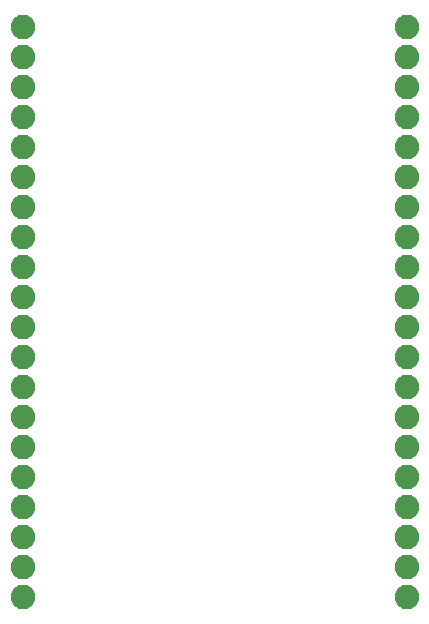
<source format=gbs>
G75*
%MOIN*%
%OFA0B0*%
%FSLAX24Y24*%
%IPPOS*%
%LPD*%
%AMOC8*
5,1,8,0,0,1.08239X$1,22.5*
%
%ADD10C,0.0820*%
D10*
X000750Y000750D03*
X000750Y001750D03*
X000750Y002750D03*
X000750Y003750D03*
X000750Y004750D03*
X000750Y005750D03*
X000750Y006750D03*
X000750Y007750D03*
X000750Y008750D03*
X000750Y009750D03*
X000750Y010750D03*
X000750Y011750D03*
X000750Y012750D03*
X000750Y013750D03*
X000750Y014750D03*
X000750Y015750D03*
X000750Y016750D03*
X000750Y017750D03*
X000750Y018750D03*
X000750Y019750D03*
X013550Y019750D03*
X013550Y018750D03*
X013550Y017750D03*
X013550Y016750D03*
X013550Y015750D03*
X013550Y014750D03*
X013550Y013750D03*
X013550Y012750D03*
X013550Y011750D03*
X013550Y010750D03*
X013550Y009750D03*
X013550Y008750D03*
X013550Y007750D03*
X013550Y006750D03*
X013550Y005750D03*
X013550Y004750D03*
X013550Y003750D03*
X013550Y002750D03*
X013550Y001750D03*
X013550Y000750D03*
M02*

</source>
